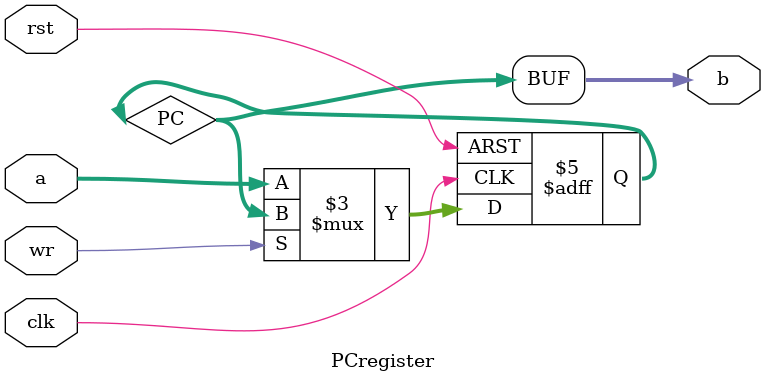
<source format=v>
`timescale 1ns / 1ps


module PCregister(
input[31:0]a,
input clk,rst,wr,
output [31:0]b
    );
reg[31:0]PC;
always@(posedge clk,posedge rst)
begin
    if(rst)PC<=32'b0000_0000_0000_0000_0011_0000_0000_0000;
    else if(!wr)PC<=a;
end
assign b=PC;
endmodule

</source>
